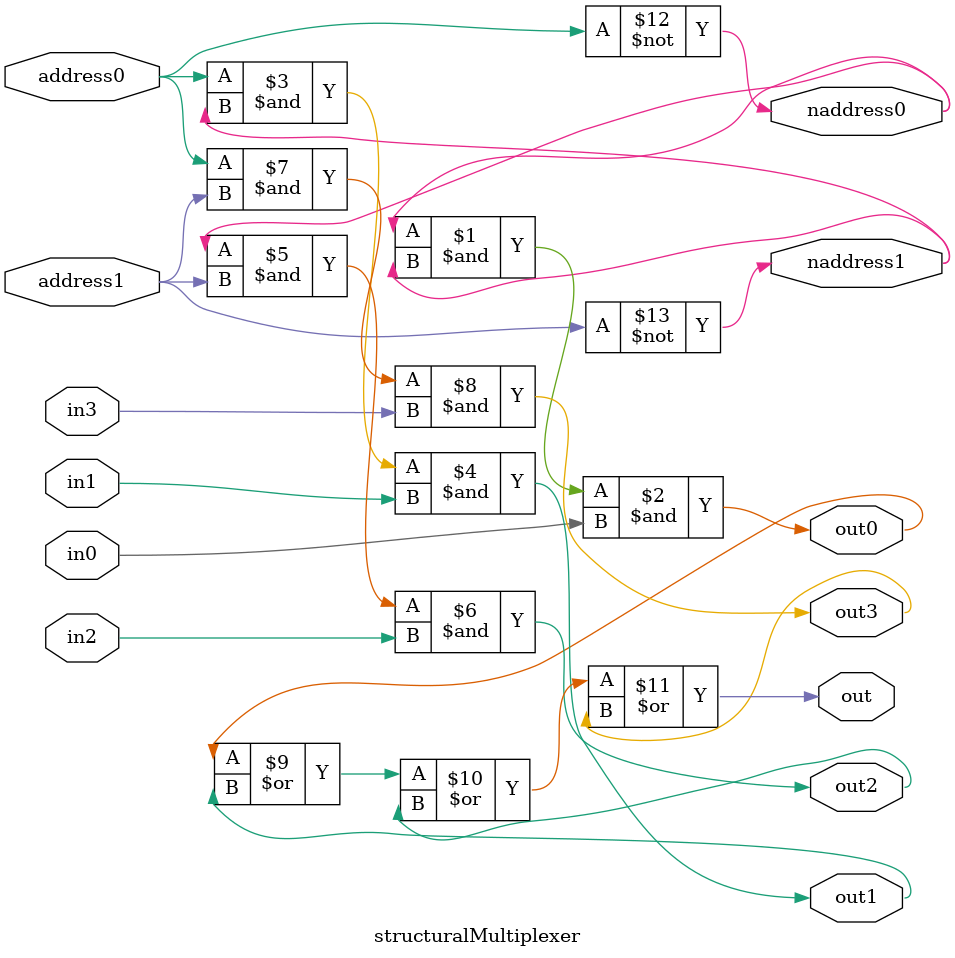
<source format=v>
`define AND and #50
`define OR or #50
`define NOT not #50

module behavioralMultiplexer
(
    output out,
    input address0, address1,
    input in0, in1, in2, in3
);
    // Join single-bit inputs into a bus, use address as index
    wire[3:0] inputs = {in3, in2, in1, in0};
    wire[1:0] address = {address1, address0};
    assign out = inputs[address];
endmodule


module structuralMultiplexer
(
    output out,
    output naddress0, naddress1,
    output out0, out1, out2, out3,
    input address0, address1,
    input in0, in1, in2, in3
);
    // Your multiplexer code here
    `NOT inv(naddress0, address0);
    `NOT inv(naddress1, address1);
    `AND andgate(out0, naddress0, naddress1, in0);
    `AND andgate(out1, address0, naddress1, in1);
    `AND andgate(out2, naddress0, address1, in2);
    `AND andgate(out3, address0, address1, in3);
    `OR  orgate(out, out0, out1, out2, out3);
endmodule


</source>
